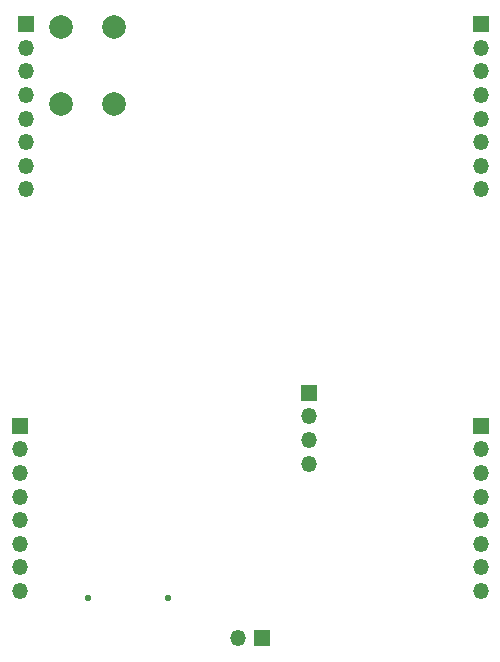
<source format=gbr>
%TF.GenerationSoftware,KiCad,Pcbnew,8.0.5*%
%TF.CreationDate,2025-02-08T11:35:47+01:00*%
%TF.ProjectId,ESP32 adon,45535033-3220-4616-946f-6e2e6b696361,rev?*%
%TF.SameCoordinates,Original*%
%TF.FileFunction,Soldermask,Bot*%
%TF.FilePolarity,Negative*%
%FSLAX46Y46*%
G04 Gerber Fmt 4.6, Leading zero omitted, Abs format (unit mm)*
G04 Created by KiCad (PCBNEW 8.0.5) date 2025-02-08 11:35:47*
%MOMM*%
%LPD*%
G01*
G04 APERTURE LIST*
%ADD10R,1.350000X1.350000*%
%ADD11O,1.350000X1.350000*%
%ADD12C,0.550000*%
%ADD13C,2.000000*%
G04 APERTURE END LIST*
D10*
%TO.C,J2*%
X51500000Y-89000000D03*
D11*
X51500000Y-91000000D03*
X51500000Y-93000000D03*
X51500000Y-95000000D03*
X51500000Y-97000000D03*
X51500000Y-99000000D03*
X51500000Y-101000000D03*
X51500000Y-103000000D03*
%TD*%
D10*
%TO.C,J4*%
X90500000Y-89000000D03*
D11*
X90500000Y-91000000D03*
X90500000Y-93000000D03*
X90500000Y-95000000D03*
X90500000Y-97000000D03*
X90500000Y-99000000D03*
X90500000Y-101000000D03*
X90500000Y-103000000D03*
%TD*%
D12*
%TO.C,J6*%
X57235000Y-103575000D03*
X64035000Y-103575000D03*
%TD*%
D10*
%TO.C,J5*%
X90500000Y-55000000D03*
D11*
X90500000Y-57000000D03*
X90500000Y-59000000D03*
X90500000Y-61000000D03*
X90500000Y-63000000D03*
X90500000Y-65000000D03*
X90500000Y-67000000D03*
X90500000Y-69000000D03*
%TD*%
D13*
%TO.C,SW2*%
X55000000Y-61750000D03*
X55000000Y-55250000D03*
X59500000Y-61750000D03*
X59500000Y-55250000D03*
%TD*%
D10*
%TO.C,J3*%
X72000000Y-107000000D03*
D11*
X70000000Y-107000000D03*
%TD*%
D10*
%TO.C,J1*%
X52000000Y-55000000D03*
D11*
X52000000Y-57000000D03*
X52000000Y-59000000D03*
X52000000Y-61000000D03*
X52000000Y-63000000D03*
X52000000Y-65000000D03*
X52000000Y-67000000D03*
X52000000Y-69000000D03*
%TD*%
D10*
%TO.C,J7*%
X75955000Y-86215000D03*
D11*
X75955000Y-88215000D03*
X75955000Y-90215000D03*
X75955000Y-92215000D03*
%TD*%
M02*

</source>
